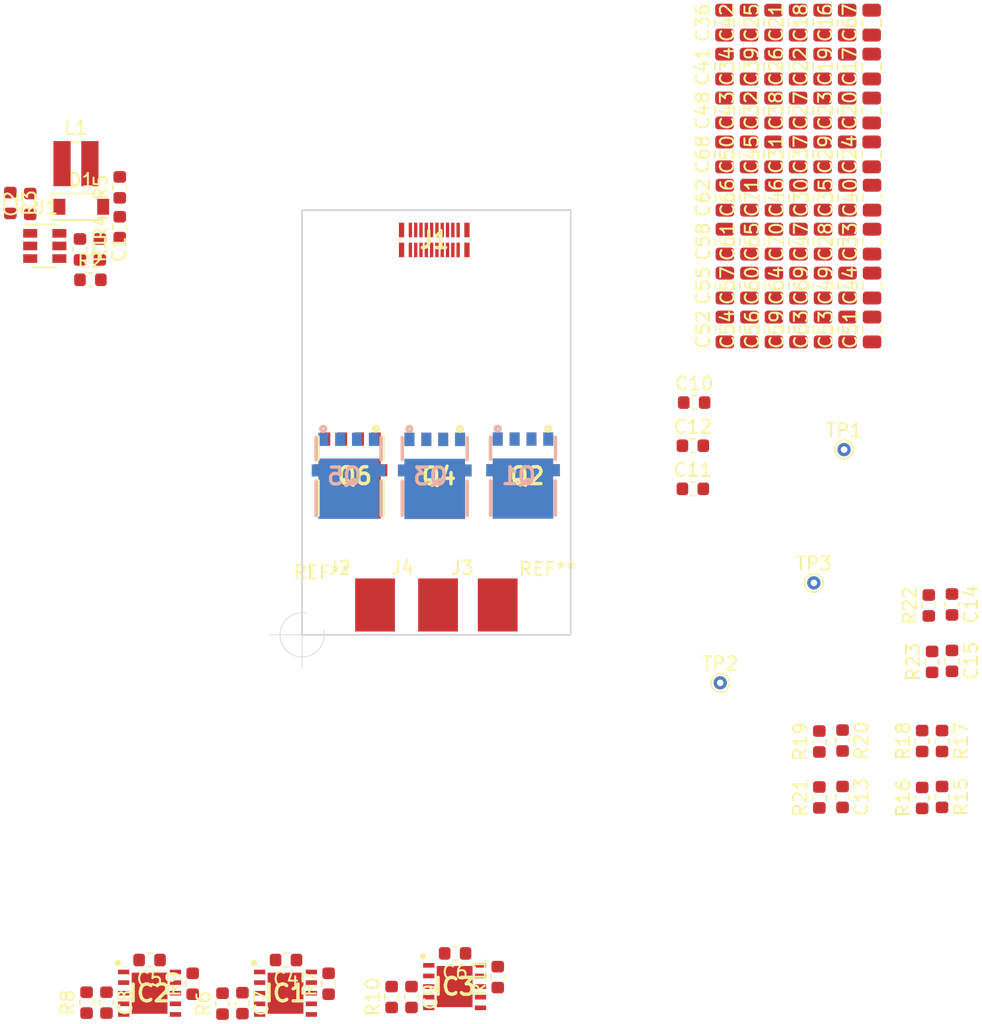
<source format=kicad_pcb>
(kicad_pcb (version 20171130) (host pcbnew "(5.1.2)-2")
  (layers (0 F.Cu signal) (31 B.Cu signal) (34 B.Paste user) (35 F.Paste user) (36 B.SilkS user) (37 F.SilkS user) (38 B.Mask user hide) (39 F.Mask user hide) (44 Edge.Cuts user))
  (net 0 "")
  (net 1 VD)
  (net 2 VSS)
  (net 3 "Net-(C2-Pad2)")
  (net 4 "Net-(C2-Pad1)")
  (net 5 +5V)
  (net 6 "Net-(C7-Pad1)")
  (net 7 SH1)
  (net 8 "Net-(C8-Pad1)")
  (net 9 SH3)
  (net 10 "Net-(C9-Pad1)")
  (net 11 SH2)
  (net 12 VAA)
  (net 13 C1)
  (net 14 C2)
  (net 15 C3)
  (net 16 "Net-(IC1-Pad10)")
  (net 17 "Net-(IC1-Pad9)")
  (net 18 /LI1)
  (net 19 /HI1)
  (net 20 "Net-(IC1-Pad4)")
  (net 21 "Net-(IC1-Pad3)")
  (net 22 "Net-(IC2-Pad3)")
  (net 23 "Net-(IC2-Pad4)")
  (net 24 /HI3)
  (net 25 /LI3)
  (net 26 "Net-(IC2-Pad9)")
  (net 27 "Net-(IC2-Pad10)")
  (net 28 "Net-(IC3-Pad3)")
  (net 29 "Net-(IC3-Pad4)")
  (net 30 /HI2)
  (net 31 /LI2)
  (net 32 "Net-(IC3-Pad9)")
  (net 33 "Net-(IC3-Pad10)")
  (net 34 SENS_1)
  (net 35 SENS_SUPPLY)
  (net 36 SENS_2)
  (net 37 SENS_3)
  (net 38 "Net-(J1-Pad17)")
  (net 39 "Net-(J1-Pad16)")
  (net 40 "Net-(J1-Pad15)")
  (net 41 "Net-(J1-Pad14)")
  (net 42 "Net-(J2-Pad1)")
  (net 43 "Net-(J3-Pad1)")
  (net 44 "Net-(J4-Pad1)")
  (net 45 "Net-(R1-Pad2)")
  (net 46 "Net-(R2-Pad1)")
  (net 47 I1)
  (net 48 I2)
  (net 49 I3)
  (module MountingHole:MountingHole_2.2mm_M2 (layer F.Cu) (at 153.5 58.25)
    (fp_text reference REF** (at 0 -3.2) (layer F.SilkS))
    (fp_text value MountingHole_2.2mm_M2)
    (pad 1 np_thru_hole circle (at 0 0) (size 2.2 2.2) (drill 2.2) (layers *.Cu *.Mask))
  )
  (module MountingHole:MountingHole_2.2mm_M2 (layer F.Cu) (at 136.5 58.5)
    (fp_text reference REF** (at 0 -3.2) (layer F.SilkS))
    (fp_text value MountingHole_2.2mm_M2)
    (pad 1 np_thru_hole circle (at 0 0) (size 2.2 2.2) (drill 2.2) (layers *.Cu *.Mask))
  )
  (module Capacitor_SMD:C_0603_1608Metric (layer F.Cu) (at 119.75 30.9625 270)
    (fp_text reference C1 (at 0 -1.43 90) (layer F.SilkS))
    (fp_text value 2u2)
    (pad 1 smd roundrect (at -0.7875 0 270) (size 0.875 0.95) (layers F.Cu F.Paste F.Mask) (net 1 VD))
    (pad 2 smd roundrect (at 0.7875 0 270) (size 0.875 0.95) (layers F.Cu F.Paste F.Mask) (net 2 VSS))
  )
  (module Capacitor_SMD:C_0603_1608Metric (layer F.Cu) (at 114.5 27.5375 90)
    (fp_text reference C2 (at 0 -1.43 90) (layer F.SilkS))
    (fp_text value 220nF)
    (pad 2 smd roundrect (at 0.7875 0 90) (size 0.875 0.95) (layers F.Cu F.Paste F.Mask) (net 3 "Net-(C2-Pad2)"))
    (pad 1 smd roundrect (at -0.7875 0 90) (size 0.875 0.95) (layers F.Cu F.Paste F.Mask) (net 4 "Net-(C2-Pad1)"))
  )
  (module Capacitor_SMD:C_0603_1608Metric (layer F.Cu) (at 133.7875 84.5 180)
    (fp_text reference C4 (at 0 -1.43) (layer F.SilkS))
    (fp_text value 2u2)
    (pad 1 smd roundrect (at -0.7875 0 180) (size 0.875 0.95) (layers F.Cu F.Paste F.Mask) (net 2 VSS))
    (pad 2 smd roundrect (at 0.7875 0 180) (size 0.875 0.95) (layers F.Cu F.Paste F.Mask) (net 5 +5V))
  )
  (module Capacitor_SMD:C_0603_1608Metric (layer F.Cu) (at 123.5 84.5 180)
    (fp_text reference C5 (at 0 -1.43) (layer F.SilkS))
    (fp_text value 2u2)
    (pad 1 smd roundrect (at -0.7875 0 180) (size 0.875 0.95) (layers F.Cu F.Paste F.Mask) (net 2 VSS))
    (pad 2 smd roundrect (at 0.7875 0 180) (size 0.875 0.95) (layers F.Cu F.Paste F.Mask) (net 5 +5V))
  )
  (module Capacitor_SMD:C_0603_1608Metric (layer F.Cu) (at 146.5375 84 180)
    (fp_text reference C6 (at 0 -1.43) (layer F.SilkS))
    (fp_text value 2u2)
    (pad 1 smd roundrect (at -0.7875 0 180) (size 0.875 0.95) (layers F.Cu F.Paste F.Mask) (net 2 VSS))
    (pad 2 smd roundrect (at 0.7875 0 180) (size 0.875 0.95) (layers F.Cu F.Paste F.Mask) (net 5 +5V))
  )
  (module Capacitor_SMD:C_0603_1608Metric (layer F.Cu) (at 130.5 87.75 270)
    (fp_text reference C7 (at 0 -1.43 90) (layer F.SilkS))
    (fp_text value 470n)
    (pad 1 smd roundrect (at -0.7875 0 270) (size 0.875 0.95) (layers F.Cu F.Paste F.Mask) (net 6 "Net-(C7-Pad1)"))
    (pad 2 smd roundrect (at 0.7875 0 270) (size 0.875 0.95) (layers F.Cu F.Paste F.Mask) (net 7 SH1))
  )
  (module Capacitor_SMD:C_0603_1608Metric (layer F.Cu) (at 120.25 87.7125 270)
    (fp_text reference C8 (at 0 -1.43 90) (layer F.SilkS))
    (fp_text value 470n)
    (pad 1 smd roundrect (at -0.7875 0 270) (size 0.875 0.95) (layers F.Cu F.Paste F.Mask) (net 8 "Net-(C8-Pad1)"))
    (pad 2 smd roundrect (at 0.7875 0 270) (size 0.875 0.95) (layers F.Cu F.Paste F.Mask) (net 9 SH3))
  )
  (module Capacitor_SMD:C_0603_1608Metric (layer F.Cu) (at 143.25 87.2875 270)
    (fp_text reference C9 (at 0 -1.43 90) (layer F.SilkS))
    (fp_text value 470n)
    (pad 1 smd roundrect (at -0.7875 0 270) (size 0.875 0.95) (layers F.Cu F.Paste F.Mask) (net 10 "Net-(C9-Pad1)"))
    (pad 2 smd roundrect (at 0.7875 0 270) (size 0.875 0.95) (layers F.Cu F.Paste F.Mask) (net 11 SH2))
  )
  (module Capacitor_SMD:C_0603_1608Metric (layer F.Cu) (at 164.5625 42.5)
    (fp_text reference C10 (at 0 -1.43) (layer F.SilkS))
    (fp_text value 2u2)
    (pad 2 smd roundrect (at 0.7875 0) (size 0.875 0.95) (layers F.Cu F.Paste F.Mask) (net 12 VAA))
    (pad 1 smd roundrect (at -0.7875 0) (size 0.875 0.95) (layers F.Cu F.Paste F.Mask) (net 2 VSS))
  )
  (module Capacitor_SMD:C_0603_1608Metric (layer F.Cu) (at 164.4625 49)
    (fp_text reference C11 (at 0 -1.43) (layer F.SilkS))
    (fp_text value 2u2)
    (pad 2 smd roundrect (at 0.7875 0) (size 0.875 0.95) (layers F.Cu F.Paste F.Mask) (net 12 VAA))
    (pad 1 smd roundrect (at -0.7875 0) (size 0.875 0.95) (layers F.Cu F.Paste F.Mask) (net 2 VSS))
  )
  (module Capacitor_SMD:C_0603_1608Metric (layer F.Cu) (at 164.4625 45.75)
    (fp_text reference C12 (at 0 -1.43) (layer F.SilkS))
    (fp_text value 2u2)
    (pad 2 smd roundrect (at 0.7875 0) (size 0.875 0.95) (layers F.Cu F.Paste F.Mask) (net 12 VAA))
    (pad 1 smd roundrect (at -0.7875 0) (size 0.875 0.95) (layers F.Cu F.Paste F.Mask) (net 2 VSS))
  )
  (module Capacitor_SMD:C_0603_1608Metric (layer F.Cu) (at 175.75 72.2125 270)
    (fp_text reference C13 (at 0 -1.43 90) (layer F.SilkS))
    (fp_text value 4n7)
    (pad 2 smd roundrect (at 0.7875 0 270) (size 0.875 0.95) (layers F.Cu F.Paste F.Mask) (net 13 C1))
    (pad 1 smd roundrect (at -0.7875 0 270) (size 0.875 0.95) (layers F.Cu F.Paste F.Mask) (net 2 VSS))
  )
  (module Capacitor_SMD:C_0603_1608Metric (layer F.Cu) (at 184 57.7125 270)
    (fp_text reference C14 (at 0 -1.43 90) (layer F.SilkS))
    (fp_text value 4n7)
    (pad 2 smd roundrect (at 0.7875 0 270) (size 0.875 0.95) (layers F.Cu F.Paste F.Mask) (net 14 C2))
    (pad 1 smd roundrect (at -0.7875 0 270) (size 0.875 0.95) (layers F.Cu F.Paste F.Mask) (net 2 VSS))
  )
  (module Capacitor_SMD:C_0603_1608Metric (layer F.Cu) (at 184 61.9625 270)
    (fp_text reference C15 (at 0 -1.43 90) (layer F.SilkS))
    (fp_text value 4n7)
    (pad 2 smd roundrect (at 0.7875 0 270) (size 0.875 0.95) (layers F.Cu F.Paste F.Mask) (net 15 C3))
    (pad 1 smd roundrect (at -0.7875 0 270) (size 0.875 0.95) (layers F.Cu F.Paste F.Mask) (net 2 VSS))
  )
  (module Capacitor_SMD:C_0805_2012Metric (layer F.Cu) (at 176.095001 13.874999 90)
    (fp_text reference C16 (at 0 -1.65 90) (layer F.SilkS))
    (fp_text value C)
    (pad 1 smd roundrect (at -0.9375 0 90) (size 0.975 1.4) (layers F.Cu F.Paste F.Mask) (net 1 VD))
    (pad 2 smd roundrect (at 0.9375 0 90) (size 0.975 1.4) (layers F.Cu F.Paste F.Mask) (net 2 VSS))
  )
  (module Capacitor_SMD:C_0805_2012Metric (layer F.Cu) (at 177.945001 17.184999 90)
    (fp_text reference C17 (at 0 -1.65 90) (layer F.SilkS))
    (fp_text value C)
    (pad 2 smd roundrect (at 0.9375 0 90) (size 0.975 1.4) (layers F.Cu F.Paste F.Mask) (net 2 VSS))
    (pad 1 smd roundrect (at -0.9375 0 90) (size 0.975 1.4) (layers F.Cu F.Paste F.Mask) (net 1 VD))
  )
  (module Capacitor_SMD:C_0805_2012Metric (layer F.Cu) (at 174.245001 13.874999 90)
    (fp_text reference C18 (at 0 -1.65 90) (layer F.SilkS))
    (fp_text value C)
    (pad 1 smd roundrect (at -0.9375 0 90) (size 0.975 1.4) (layers F.Cu F.Paste F.Mask) (net 1 VD))
    (pad 2 smd roundrect (at 0.9375 0 90) (size 0.975 1.4) (layers F.Cu F.Paste F.Mask) (net 2 VSS))
  )
  (module Capacitor_SMD:C_0805_2012Metric (layer F.Cu) (at 176.095001 17.184999 90)
    (fp_text reference C19 (at 0 -1.65 90) (layer F.SilkS))
    (fp_text value C)
    (pad 1 smd roundrect (at -0.9375 0 90) (size 0.975 1.4) (layers F.Cu F.Paste F.Mask) (net 1 VD))
    (pad 2 smd roundrect (at 0.9375 0 90) (size 0.975 1.4) (layers F.Cu F.Paste F.Mask) (net 2 VSS))
  )
  (module Capacitor_SMD:C_0805_2012Metric (layer F.Cu) (at 177.945001 20.494999 90)
    (fp_text reference C20 (at 0 -1.65 90) (layer F.SilkS))
    (fp_text value C)
    (pad 2 smd roundrect (at 0.9375 0 90) (size 0.975 1.4) (layers F.Cu F.Paste F.Mask) (net 2 VSS))
    (pad 1 smd roundrect (at -0.9375 0 90) (size 0.975 1.4) (layers F.Cu F.Paste F.Mask) (net 1 VD))
  )
  (module Capacitor_SMD:C_0805_2012Metric (layer F.Cu) (at 172.395001 13.874999 90)
    (fp_text reference C21 (at 0 -1.65 90) (layer F.SilkS))
    (fp_text value C)
    (pad 1 smd roundrect (at -0.9375 0 90) (size 0.975 1.4) (layers F.Cu F.Paste F.Mask) (net 1 VD))
    (pad 2 smd roundrect (at 0.9375 0 90) (size 0.975 1.4) (layers F.Cu F.Paste F.Mask) (net 2 VSS))
  )
  (module Capacitor_SMD:C_0805_2012Metric (layer F.Cu) (at 174.245001 17.184999 90)
    (fp_text reference C22 (at 0 -1.65 90) (layer F.SilkS))
    (fp_text value C)
    (pad 2 smd roundrect (at 0.9375 0 90) (size 0.975 1.4) (layers F.Cu F.Paste F.Mask) (net 2 VSS))
    (pad 1 smd roundrect (at -0.9375 0 90) (size 0.975 1.4) (layers F.Cu F.Paste F.Mask) (net 1 VD))
  )
  (module Capacitor_SMD:C_0805_2012Metric (layer F.Cu) (at 176.095001 20.494999 90)
    (fp_text reference C23 (at 0 -1.65 90) (layer F.SilkS))
    (fp_text value C)
    (pad 2 smd roundrect (at 0.9375 0 90) (size 0.975 1.4) (layers F.Cu F.Paste F.Mask) (net 2 VSS))
    (pad 1 smd roundrect (at -0.9375 0 90) (size 0.975 1.4) (layers F.Cu F.Paste F.Mask) (net 1 VD))
  )
  (module Capacitor_SMD:C_0805_2012Metric (layer F.Cu) (at 177.945001 23.804999 90)
    (fp_text reference C24 (at 0 -1.65 90) (layer F.SilkS))
    (fp_text value C)
    (pad 1 smd roundrect (at -0.9375 0 90) (size 0.975 1.4) (layers F.Cu F.Paste F.Mask) (net 1 VD))
    (pad 2 smd roundrect (at 0.9375 0 90) (size 0.975 1.4) (layers F.Cu F.Paste F.Mask) (net 2 VSS))
  )
  (module Capacitor_SMD:C_0805_2012Metric (layer F.Cu) (at 170.545001 13.874999 90)
    (fp_text reference C25 (at 0 -1.65 90) (layer F.SilkS))
    (fp_text value C)
    (pad 2 smd roundrect (at 0.9375 0 90) (size 0.975 1.4) (layers F.Cu F.Paste F.Mask) (net 2 VSS))
    (pad 1 smd roundrect (at -0.9375 0 90) (size 0.975 1.4) (layers F.Cu F.Paste F.Mask) (net 1 VD))
  )
  (module Capacitor_SMD:C_0805_2012Metric (layer F.Cu) (at 172.395001 17.184999 90)
    (fp_text reference C26 (at 0 -1.65 90) (layer F.SilkS))
    (fp_text value C)
    (pad 1 smd roundrect (at -0.9375 0 90) (size 0.975 1.4) (layers F.Cu F.Paste F.Mask) (net 1 VD))
    (pad 2 smd roundrect (at 0.9375 0 90) (size 0.975 1.4) (layers F.Cu F.Paste F.Mask) (net 2 VSS))
  )
  (module Capacitor_SMD:C_0805_2012Metric (layer F.Cu) (at 174.245001 20.494999 90)
    (fp_text reference C27 (at 0 -1.65 90) (layer F.SilkS))
    (fp_text value C)
    (pad 2 smd roundrect (at 0.9375 0 90) (size 0.975 1.4) (layers F.Cu F.Paste F.Mask) (net 2 VSS))
    (pad 1 smd roundrect (at -0.9375 0 90) (size 0.975 1.4) (layers F.Cu F.Paste F.Mask) (net 1 VD))
  )
  (module Capacitor_SMD:C_0805_2012Metric (layer F.Cu) (at 176.125001 30.374999 90)
    (fp_text reference C28 (at 0 -1.65 90) (layer F.SilkS))
    (fp_text value C)
    (pad 1 smd roundrect (at -0.9375 0 90) (size 0.975 1.4) (layers F.Cu F.Paste F.Mask) (net 1 VD))
    (pad 2 smd roundrect (at 0.9375 0 90) (size 0.975 1.4) (layers F.Cu F.Paste F.Mask) (net 2 VSS))
  )
  (module Capacitor_SMD:C_0805_2012Metric (layer F.Cu) (at 176.095001 23.804999 90)
    (fp_text reference C29 (at 0 -1.65 90) (layer F.SilkS))
    (fp_text value C)
    (pad 2 smd roundrect (at 0.9375 0 90) (size 0.975 1.4) (layers F.Cu F.Paste F.Mask) (net 2 VSS))
    (pad 1 smd roundrect (at -0.9375 0 90) (size 0.975 1.4) (layers F.Cu F.Paste F.Mask) (net 1 VD))
  )
  (module Capacitor_SMD:C_0805_2012Metric (layer F.Cu) (at 174.275001 27.064999 90)
    (fp_text reference C30 (at 0 -1.65 90) (layer F.SilkS))
    (fp_text value C)
    (pad 2 smd roundrect (at 0.9375 0 90) (size 0.975 1.4) (layers F.Cu F.Paste F.Mask) (net 2 VSS))
    (pad 1 smd roundrect (at -0.9375 0 90) (size 0.975 1.4) (layers F.Cu F.Paste F.Mask) (net 1 VD))
  )
  (module Capacitor_SMD:C_0805_2012Metric (layer F.Cu) (at 172.395001 23.804999 90)
    (fp_text reference C31 (at 0 -1.65 90) (layer F.SilkS))
    (fp_text value C)
    (pad 2 smd roundrect (at 0.9375 0 90) (size 0.975 1.4) (layers F.Cu F.Paste F.Mask) (net 2 VSS))
    (pad 1 smd roundrect (at -0.9375 0 90) (size 0.975 1.4) (layers F.Cu F.Paste F.Mask) (net 1 VD))
  )
  (module Capacitor_SMD:C_0805_2012Metric (layer F.Cu) (at 170.545001 20.494999 90)
    (fp_text reference C32 (at 0 -1.65 90) (layer F.SilkS))
    (fp_text value C)
    (pad 1 smd roundrect (at -0.9375 0 90) (size 0.975 1.4) (layers F.Cu F.Paste F.Mask) (net 1 VD))
    (pad 2 smd roundrect (at 0.9375 0 90) (size 0.975 1.4) (layers F.Cu F.Paste F.Mask) (net 2 VSS))
  )
  (module Capacitor_SMD:C_0805_2012Metric (layer F.Cu) (at 177.975001 30.374999 90)
    (fp_text reference C33 (at 0 -1.65 90) (layer F.SilkS))
    (fp_text value C)
    (pad 2 smd roundrect (at 0.9375 0 90) (size 0.975 1.4) (layers F.Cu F.Paste F.Mask) (net 2 VSS))
    (pad 1 smd roundrect (at -0.9375 0 90) (size 0.975 1.4) (layers F.Cu F.Paste F.Mask) (net 1 VD))
  )
  (module Capacitor_SMD:C_0805_2012Metric (layer F.Cu) (at 168.695001 17.184999 90)
    (fp_text reference C34 (at 0 -1.65 90) (layer F.SilkS))
    (fp_text value C)
    (pad 1 smd roundrect (at -0.9375 0 90) (size 0.975 1.4) (layers F.Cu F.Paste F.Mask) (net 1 VD))
    (pad 2 smd roundrect (at 0.9375 0 90) (size 0.975 1.4) (layers F.Cu F.Paste F.Mask) (net 2 VSS))
  )
  (module Capacitor_SMD:C_0805_2012Metric (layer F.Cu) (at 176.125001 27.064999 90)
    (fp_text reference C35 (at 0 -1.65 90) (layer F.SilkS))
    (fp_text value C)
    (pad 1 smd roundrect (at -0.9375 0 90) (size 0.975 1.4) (layers F.Cu F.Paste F.Mask) (net 1 VD))
    (pad 2 smd roundrect (at 0.9375 0 90) (size 0.975 1.4) (layers F.Cu F.Paste F.Mask) (net 2 VSS))
  )
  (module Capacitor_SMD:C_0805_2012Metric (layer F.Cu) (at 166.845001 13.874999 90)
    (fp_text reference C36 (at 0 -1.65 90) (layer F.SilkS))
    (fp_text value C)
    (pad 2 smd roundrect (at 0.9375 0 90) (size 0.975 1.4) (layers F.Cu F.Paste F.Mask) (net 2 VSS))
    (pad 1 smd roundrect (at -0.9375 0 90) (size 0.975 1.4) (layers F.Cu F.Paste F.Mask) (net 1 VD))
  )
  (module Capacitor_SMD:C_0805_2012Metric (layer F.Cu) (at 174.245001 23.804999 90)
    (fp_text reference C37 (at 0 -1.65 90) (layer F.SilkS))
    (fp_text value C)
    (pad 1 smd roundrect (at -0.9375 0 90) (size 0.975 1.4) (layers F.Cu F.Paste F.Mask) (net 1 VD))
    (pad 2 smd roundrect (at 0.9375 0 90) (size 0.975 1.4) (layers F.Cu F.Paste F.Mask) (net 2 VSS))
  )
  (module Capacitor_SMD:C_0805_2012Metric (layer F.Cu) (at 172.395001 20.494999 90)
    (fp_text reference C38 (at 0 -1.65 90) (layer F.SilkS))
    (fp_text value C)
    (pad 2 smd roundrect (at 0.9375 0 90) (size 0.975 1.4) (layers F.Cu F.Paste F.Mask) (net 2 VSS))
    (pad 1 smd roundrect (at -0.9375 0 90) (size 0.975 1.4) (layers F.Cu F.Paste F.Mask) (net 1 VD))
  )
  (module Capacitor_SMD:C_0805_2012Metric (layer F.Cu) (at 170.545001 17.184999 90)
    (fp_text reference C39 (at 0 -1.65 90) (layer F.SilkS))
    (fp_text value C)
    (pad 1 smd roundrect (at -0.9375 0 90) (size 0.975 1.4) (layers F.Cu F.Paste F.Mask) (net 1 VD))
    (pad 2 smd roundrect (at 0.9375 0 90) (size 0.975 1.4) (layers F.Cu F.Paste F.Mask) (net 2 VSS))
  )
  (module Capacitor_SMD:C_0805_2012Metric (layer F.Cu) (at 177.975001 27.064999 90)
    (fp_text reference C40 (at 0 -1.65 90) (layer F.SilkS))
    (fp_text value C)
    (pad 2 smd roundrect (at 0.9375 0 90) (size 0.975 1.4) (layers F.Cu F.Paste F.Mask) (net 2 VSS))
    (pad 1 smd roundrect (at -0.9375 0 90) (size 0.975 1.4) (layers F.Cu F.Paste F.Mask) (net 1 VD))
  )
  (module Capacitor_SMD:C_0805_2012Metric (layer F.Cu) (at 166.845001 17.184999 90)
    (fp_text reference C41 (at 0 -1.65 90) (layer F.SilkS))
    (fp_text value C)
    (pad 1 smd roundrect (at -0.9375 0 90) (size 0.975 1.4) (layers F.Cu F.Paste F.Mask) (net 1 VD))
    (pad 2 smd roundrect (at 0.9375 0 90) (size 0.975 1.4) (layers F.Cu F.Paste F.Mask) (net 2 VSS))
  )
  (module Capacitor_SMD:C_0805_2012Metric (layer F.Cu) (at 168.695001 13.874999 90)
    (fp_text reference C42 (at 0 -1.65 90) (layer F.SilkS))
    (fp_text value C)
    (pad 1 smd roundrect (at -0.9375 0 90) (size 0.975 1.4) (layers F.Cu F.Paste F.Mask) (net 1 VD))
    (pad 2 smd roundrect (at 0.9375 0 90) (size 0.975 1.4) (layers F.Cu F.Paste F.Mask) (net 2 VSS))
  )
  (module Capacitor_SMD:C_0805_2012Metric (layer F.Cu) (at 168.695001 20.494999 90)
    (fp_text reference C43 (at 0 -1.65 90) (layer F.SilkS))
    (fp_text value C)
    (pad 2 smd roundrect (at 0.9375 0 90) (size 0.975 1.4) (layers F.Cu F.Paste F.Mask) (net 2 VSS))
    (pad 1 smd roundrect (at -0.9375 0 90) (size 0.975 1.4) (layers F.Cu F.Paste F.Mask) (net 1 VD))
  )
  (module Capacitor_SMD:C_0805_2012Metric (layer F.Cu) (at 177.975001 33.684999 90)
    (fp_text reference C44 (at 0 -1.65 90) (layer F.SilkS))
    (fp_text value C)
    (pad 1 smd roundrect (at -0.9375 0 90) (size 0.975 1.4) (layers F.Cu F.Paste F.Mask) (net 1 VD))
    (pad 2 smd roundrect (at 0.9375 0 90) (size 0.975 1.4) (layers F.Cu F.Paste F.Mask) (net 2 VSS))
  )
  (module Capacitor_SMD:C_0805_2012Metric (layer F.Cu) (at 170.545001 23.804999 90)
    (fp_text reference C45 (at 0 -1.65 90) (layer F.SilkS))
    (fp_text value C)
    (pad 2 smd roundrect (at 0.9375 0 90) (size 0.975 1.4) (layers F.Cu F.Paste F.Mask) (net 2 VSS))
    (pad 1 smd roundrect (at -0.9375 0 90) (size 0.975 1.4) (layers F.Cu F.Paste F.Mask) (net 1 VD))
  )
  (module Capacitor_SMD:C_0805_2012Metric (layer F.Cu) (at 172.425001 27.064999 90)
    (fp_text reference C46 (at 0 -1.65 90) (layer F.SilkS))
    (fp_text value C)
    (pad 1 smd roundrect (at -0.9375 0 90) (size 0.975 1.4) (layers F.Cu F.Paste F.Mask) (net 1 VD))
    (pad 2 smd roundrect (at 0.9375 0 90) (size 0.975 1.4) (layers F.Cu F.Paste F.Mask) (net 2 VSS))
  )
  (module Capacitor_SMD:C_0805_2012Metric (layer F.Cu) (at 174.275001 30.374999 90)
    (fp_text reference C47 (at 0 -1.65 90) (layer F.SilkS))
    (fp_text value C)
    (pad 1 smd roundrect (at -0.9375 0 90) (size 0.975 1.4) (layers F.Cu F.Paste F.Mask) (net 1 VD))
    (pad 2 smd roundrect (at 0.9375 0 90) (size 0.975 1.4) (layers F.Cu F.Paste F.Mask) (net 2 VSS))
  )
  (module Capacitor_SMD:C_0805_2012Metric (layer F.Cu) (at 166.845001 20.494999 90)
    (fp_text reference C48 (at 0 -1.65 90) (layer F.SilkS))
    (fp_text value C)
    (pad 2 smd roundrect (at 0.9375 0 90) (size 0.975 1.4) (layers F.Cu F.Paste F.Mask) (net 2 VSS))
    (pad 1 smd roundrect (at -0.9375 0 90) (size 0.975 1.4) (layers F.Cu F.Paste F.Mask) (net 1 VD))
  )
  (module Capacitor_SMD:C_0805_2012Metric (layer F.Cu) (at 176.125001 33.684999 90)
    (fp_text reference C49 (at 0 -1.65 90) (layer F.SilkS))
    (fp_text value C)
    (pad 2 smd roundrect (at 0.9375 0 90) (size 0.975 1.4) (layers F.Cu F.Paste F.Mask) (net 2 VSS))
    (pad 1 smd roundrect (at -0.9375 0 90) (size 0.975 1.4) (layers F.Cu F.Paste F.Mask) (net 1 VD))
  )
  (module Capacitor_SMD:C_0805_2012Metric (layer F.Cu) (at 168.695001 23.804999 90)
    (fp_text reference C50 (at 0 -1.65 90) (layer F.SilkS))
    (fp_text value C)
    (pad 2 smd roundrect (at 0.9375 0 90) (size 0.975 1.4) (layers F.Cu F.Paste F.Mask) (net 2 VSS))
    (pad 1 smd roundrect (at -0.9375 0 90) (size 0.975 1.4) (layers F.Cu F.Paste F.Mask) (net 1 VD))
  )
  (module Capacitor_SMD:C_0805_2012Metric (layer F.Cu) (at 177.975001 36.994999 90)
    (fp_text reference C51 (at 0 -1.65 90) (layer F.SilkS))
    (fp_text value C)
    (pad 1 smd roundrect (at -0.9375 0 90) (size 0.975 1.4) (layers F.Cu F.Paste F.Mask) (net 1 VD))
    (pad 2 smd roundrect (at 0.9375 0 90) (size 0.975 1.4) (layers F.Cu F.Paste F.Mask) (net 2 VSS))
  )
  (module Capacitor_SMD:C_0805_2012Metric (layer F.Cu) (at 166.875001 36.994999 90)
    (fp_text reference C52 (at 0 -1.65 90) (layer F.SilkS))
    (fp_text value C)
    (pad 1 smd roundrect (at -0.9375 0 90) (size 0.975 1.4) (layers F.Cu F.Paste F.Mask) (net 1 VD))
    (pad 2 smd roundrect (at 0.9375 0 90) (size 0.975 1.4) (layers F.Cu F.Paste F.Mask) (net 2 VSS))
  )
  (module Capacitor_SMD:C_0805_2012Metric (layer F.Cu) (at 176.125001 36.994999 90)
    (fp_text reference C53 (at 0 -1.65 90) (layer F.SilkS))
    (fp_text value C)
    (pad 2 smd roundrect (at 0.9375 0 90) (size 0.975 1.4) (layers F.Cu F.Paste F.Mask) (net 2 VSS))
    (pad 1 smd roundrect (at -0.9375 0 90) (size 0.975 1.4) (layers F.Cu F.Paste F.Mask) (net 1 VD))
  )
  (module Capacitor_SMD:C_0805_2012Metric (layer F.Cu) (at 168.725001 36.994999 90)
    (fp_text reference C54 (at 0 -1.65 90) (layer F.SilkS))
    (fp_text value C)
    (pad 2 smd roundrect (at 0.9375 0 90) (size 0.975 1.4) (layers F.Cu F.Paste F.Mask) (net 2 VSS))
    (pad 1 smd roundrect (at -0.9375 0 90) (size 0.975 1.4) (layers F.Cu F.Paste F.Mask) (net 1 VD))
  )
  (module Capacitor_SMD:C_0805_2012Metric (layer F.Cu) (at 166.875001 33.684999 90)
    (fp_text reference C55 (at 0 -1.65 90) (layer F.SilkS))
    (fp_text value C)
    (pad 1 smd roundrect (at -0.9375 0 90) (size 0.975 1.4) (layers F.Cu F.Paste F.Mask) (net 1 VD))
    (pad 2 smd roundrect (at 0.9375 0 90) (size 0.975 1.4) (layers F.Cu F.Paste F.Mask) (net 2 VSS))
  )
  (module Capacitor_SMD:C_0805_2012Metric (layer F.Cu) (at 170.575001 36.994999 90)
    (fp_text reference C56 (at 0 -1.65 90) (layer F.SilkS))
    (fp_text value C)
    (pad 2 smd roundrect (at 0.9375 0 90) (size 0.975 1.4) (layers F.Cu F.Paste F.Mask) (net 2 VSS))
    (pad 1 smd roundrect (at -0.9375 0 90) (size 0.975 1.4) (layers F.Cu F.Paste F.Mask) (net 1 VD))
  )
  (module Capacitor_SMD:C_0805_2012Metric (layer F.Cu) (at 168.725001 33.684999 90)
    (fp_text reference C57 (at 0 -1.65 90) (layer F.SilkS))
    (fp_text value C)
    (pad 1 smd roundrect (at -0.9375 0 90) (size 0.975 1.4) (layers F.Cu F.Paste F.Mask) (net 1 VD))
    (pad 2 smd roundrect (at 0.9375 0 90) (size 0.975 1.4) (layers F.Cu F.Paste F.Mask) (net 2 VSS))
  )
  (module Capacitor_SMD:C_0805_2012Metric (layer F.Cu) (at 166.875001 30.374999 90)
    (fp_text reference C58 (at 0 -1.65 90) (layer F.SilkS))
    (fp_text value C)
    (pad 2 smd roundrect (at 0.9375 0 90) (size 0.975 1.4) (layers F.Cu F.Paste F.Mask) (net 2 VSS))
    (pad 1 smd roundrect (at -0.9375 0 90) (size 0.975 1.4) (layers F.Cu F.Paste F.Mask) (net 1 VD))
  )
  (module Capacitor_SMD:C_0805_2012Metric (layer F.Cu) (at 172.425001 36.994999 90)
    (fp_text reference C59 (at 0 -1.65 90) (layer F.SilkS))
    (fp_text value C)
    (pad 1 smd roundrect (at -0.9375 0 90) (size 0.975 1.4) (layers F.Cu F.Paste F.Mask) (net 1 VD))
    (pad 2 smd roundrect (at 0.9375 0 90) (size 0.975 1.4) (layers F.Cu F.Paste F.Mask) (net 2 VSS))
  )
  (module Capacitor_SMD:C_0805_2012Metric (layer F.Cu) (at 170.575001 33.684999 90)
    (fp_text reference C60 (at 0 -1.65 90) (layer F.SilkS))
    (fp_text value C)
    (pad 1 smd roundrect (at -0.9375 0 90) (size 0.975 1.4) (layers F.Cu F.Paste F.Mask) (net 1 VD))
    (pad 2 smd roundrect (at 0.9375 0 90) (size 0.975 1.4) (layers F.Cu F.Paste F.Mask) (net 2 VSS))
  )
  (module Capacitor_SMD:C_0805_2012Metric (layer F.Cu) (at 168.725001 30.374999 90)
    (fp_text reference C61 (at 0 -1.65 90) (layer F.SilkS))
    (fp_text value C)
    (pad 2 smd roundrect (at 0.9375 0 90) (size 0.975 1.4) (layers F.Cu F.Paste F.Mask) (net 2 VSS))
    (pad 1 smd roundrect (at -0.9375 0 90) (size 0.975 1.4) (layers F.Cu F.Paste F.Mask) (net 1 VD))
  )
  (module Capacitor_SMD:C_0805_2012Metric (layer F.Cu) (at 166.875001 27.064999 90)
    (fp_text reference C62 (at 0 -1.65 90) (layer F.SilkS))
    (fp_text value C)
    (pad 1 smd roundrect (at -0.9375 0 90) (size 0.975 1.4) (layers F.Cu F.Paste F.Mask) (net 1 VD))
    (pad 2 smd roundrect (at 0.9375 0 90) (size 0.975 1.4) (layers F.Cu F.Paste F.Mask) (net 2 VSS))
  )
  (module Capacitor_SMD:C_0805_2012Metric (layer F.Cu) (at 174.275001 36.994999 90)
    (fp_text reference C63 (at 0 -1.65 90) (layer F.SilkS))
    (fp_text value C)
    (pad 2 smd roundrect (at 0.9375 0 90) (size 0.975 1.4) (layers F.Cu F.Paste F.Mask) (net 2 VSS))
    (pad 1 smd roundrect (at -0.9375 0 90) (size 0.975 1.4) (layers F.Cu F.Paste F.Mask) (net 1 VD))
  )
  (module Capacitor_SMD:C_0805_2012Metric (layer F.Cu) (at 172.425001 33.684999 90)
    (fp_text reference C64 (at 0 -1.65 90) (layer F.SilkS))
    (fp_text value C)
    (pad 2 smd roundrect (at 0.9375 0 90) (size 0.975 1.4) (layers F.Cu F.Paste F.Mask) (net 2 VSS))
    (pad 1 smd roundrect (at -0.9375 0 90) (size 0.975 1.4) (layers F.Cu F.Paste F.Mask) (net 1 VD))
  )
  (module Capacitor_SMD:C_0805_2012Metric (layer F.Cu) (at 170.575001 30.374999 90)
    (fp_text reference C65 (at 0 -1.65 90) (layer F.SilkS))
    (fp_text value C)
    (pad 2 smd roundrect (at 0.9375 0 90) (size 0.975 1.4) (layers F.Cu F.Paste F.Mask) (net 2 VSS))
    (pad 1 smd roundrect (at -0.9375 0 90) (size 0.975 1.4) (layers F.Cu F.Paste F.Mask) (net 1 VD))
  )
  (module Capacitor_SMD:C_0805_2012Metric (layer F.Cu) (at 168.725001 27.064999 90)
    (fp_text reference C66 (at 0 -1.65 90) (layer F.SilkS))
    (fp_text value C)
    (pad 2 smd roundrect (at 0.9375 0 90) (size 0.975 1.4) (layers F.Cu F.Paste F.Mask) (net 2 VSS))
    (pad 1 smd roundrect (at -0.9375 0 90) (size 0.975 1.4) (layers F.Cu F.Paste F.Mask) (net 1 VD))
  )
  (module Capacitor_SMD:C_0805_2012Metric (layer F.Cu) (at 177.945001 13.874999 90)
    (fp_text reference C67 (at 0 -1.65 90) (layer F.SilkS))
    (fp_text value C)
    (pad 2 smd roundrect (at 0.9375 0 90) (size 0.975 1.4) (layers F.Cu F.Paste F.Mask) (net 2 VSS))
    (pad 1 smd roundrect (at -0.9375 0 90) (size 0.975 1.4) (layers F.Cu F.Paste F.Mask) (net 1 VD))
  )
  (module Capacitor_SMD:C_0805_2012Metric (layer F.Cu) (at 166.845001 23.804999 90)
    (fp_text reference C68 (at 0 -1.65 90) (layer F.SilkS))
    (fp_text value C)
    (pad 1 smd roundrect (at -0.9375 0 90) (size 0.975 1.4) (layers F.Cu F.Paste F.Mask) (net 1 VD))
    (pad 2 smd roundrect (at 0.9375 0 90) (size 0.975 1.4) (layers F.Cu F.Paste F.Mask) (net 2 VSS))
  )
  (module Capacitor_SMD:C_0805_2012Metric (layer F.Cu) (at 174.275001 33.684999 90)
    (fp_text reference C69 (at 0 -1.65 90) (layer F.SilkS))
    (fp_text value C)
    (pad 2 smd roundrect (at 0.9375 0 90) (size 0.975 1.4) (layers F.Cu F.Paste F.Mask) (net 2 VSS))
    (pad 1 smd roundrect (at -0.9375 0 90) (size 0.975 1.4) (layers F.Cu F.Paste F.Mask) (net 1 VD))
  )
  (module Capacitor_SMD:C_0805_2012Metric (layer F.Cu) (at 172.425001 30.374999 90)
    (fp_text reference C70 (at 0 -1.65 90) (layer F.SilkS))
    (fp_text value C)
    (pad 1 smd roundrect (at -0.9375 0 90) (size 0.975 1.4) (layers F.Cu F.Paste F.Mask) (net 1 VD))
    (pad 2 smd roundrect (at 0.9375 0 90) (size 0.975 1.4) (layers F.Cu F.Paste F.Mask) (net 2 VSS))
  )
  (module Capacitor_SMD:C_0805_2012Metric (layer F.Cu) (at 170.575001 27.064999 90)
    (fp_text reference C71 (at 0 -1.65 90) (layer F.SilkS))
    (fp_text value C)
    (pad 2 smd roundrect (at 0.9375 0 90) (size 0.975 1.4) (layers F.Cu F.Paste F.Mask) (net 2 VSS))
    (pad 1 smd roundrect (at -0.9375 0 90) (size 0.975 1.4) (layers F.Cu F.Paste F.Mask) (net 1 VD))
  )
  (module Diode_SMD:D_SOD-123 (layer F.Cu) (at 118.35 27.75)
    (fp_text reference D1 (at 0 -2) (layer F.SilkS))
    (fp_text value PMEG6020AELR)
    (pad 1 smd rect (at -1.65 0) (size 0.9 1.2) (layers F.Cu F.Paste F.Mask) (net 3 "Net-(C2-Pad2)"))
    (pad 2 smd rect (at 1.65 0) (size 0.9 1.2) (layers F.Cu F.Paste F.Mask) (net 2 VSS))
  )
  (module "Import Mouser:SON80P400X400X80-11N" (layer F.Cu) (at 133.75 87)
    (fp_text reference IC1 (at 0 0) (layer F.SilkS) (effects (font (size 1.27 1.27) (thickness 0.254))))
    (fp_text value LM5113SDE_NOPB hide)
    (pad 11 smd rect (at 0 0) (size 2.7 3.1) (layers F.Cu F.Paste F.Mask))
    (pad 10 smd rect (at 1.95 -1.6 90) (size 0.35 0.85) (layers F.Cu F.Paste F.Mask) (net 16 "Net-(IC1-Pad10)"))
    (pad 9 smd rect (at 1.95 -0.8 90) (size 0.35 0.85) (layers F.Cu F.Paste F.Mask) (net 17 "Net-(IC1-Pad9)"))
    (pad 8 smd rect (at 1.95 0 90) (size 0.35 0.85) (layers F.Cu F.Paste F.Mask) (net 2 VSS))
    (pad 7 smd rect (at 1.95 0.8 90) (size 0.35 0.85) (layers F.Cu F.Paste F.Mask) (net 18 /LI1))
    (pad 6 smd rect (at 1.95 1.6 90) (size 0.35 0.85) (layers F.Cu F.Paste F.Mask) (net 19 /HI1))
    (pad 5 smd rect (at -1.95 1.6 90) (size 0.35 0.85) (layers F.Cu F.Paste F.Mask) (net 7 SH1))
    (pad 4 smd rect (at -1.95 0.8 90) (size 0.35 0.85) (layers F.Cu F.Paste F.Mask) (net 20 "Net-(IC1-Pad4)"))
    (pad 3 smd rect (at -1.95 0 90) (size 0.35 0.85) (layers F.Cu F.Paste F.Mask) (net 21 "Net-(IC1-Pad3)"))
    (pad 2 smd rect (at -1.95 -0.8 90) (size 0.35 0.85) (layers F.Cu F.Paste F.Mask) (net 6 "Net-(C7-Pad1)"))
    (pad 1 smd rect (at -1.95 -1.6 90) (size 0.35 0.85) (layers F.Cu F.Paste F.Mask) (net 5 +5V))
  )
  (module "Import Mouser:SON80P400X400X80-11N" (layer F.Cu) (at 123.5 87)
    (fp_text reference IC2 (at 0 0) (layer F.SilkS) (effects (font (size 1.27 1.27) (thickness 0.254))))
    (fp_text value LM5113SDE_NOPB hide)
    (pad 1 smd rect (at -1.95 -1.6 90) (size 0.35 0.85) (layers F.Cu F.Paste F.Mask) (net 5 +5V))
    (pad 2 smd rect (at -1.95 -0.8 90) (size 0.35 0.85) (layers F.Cu F.Paste F.Mask) (net 8 "Net-(C8-Pad1)"))
    (pad 3 smd rect (at -1.95 0 90) (size 0.35 0.85) (layers F.Cu F.Paste F.Mask) (net 22 "Net-(IC2-Pad3)"))
    (pad 4 smd rect (at -1.95 0.8 90) (size 0.35 0.85) (layers F.Cu F.Paste F.Mask) (net 23 "Net-(IC2-Pad4)"))
    (pad 5 smd rect (at -1.95 1.6 90) (size 0.35 0.85) (layers F.Cu F.Paste F.Mask) (net 9 SH3))
    (pad 6 smd rect (at 1.95 1.6 90) (size 0.35 0.85) (layers F.Cu F.Paste F.Mask) (net 24 /HI3))
    (pad 7 smd rect (at 1.95 0.8 90) (size 0.35 0.85) (layers F.Cu F.Paste F.Mask) (net 25 /LI3))
    (pad 8 smd rect (at 1.95 0 90) (size 0.35 0.85) (layers F.Cu F.Paste F.Mask) (net 2 VSS))
    (pad 9 smd rect (at 1.95 -0.8 90) (size 0.35 0.85) (layers F.Cu F.Paste F.Mask) (net 26 "Net-(IC2-Pad9)"))
    (pad 10 smd rect (at 1.95 -1.6 90) (size 0.35 0.85) (layers F.Cu F.Paste F.Mask) (net 27 "Net-(IC2-Pad10)"))
    (pad 11 smd rect (at 0 0) (size 2.7 3.1) (layers F.Cu F.Paste F.Mask))
  )
  (module "Import Mouser:SON80P400X400X80-11N" (layer F.Cu) (at 146.5 86.5)
    (fp_text reference IC3 (at 0 0) (layer F.SilkS) (effects (font (size 1.27 1.27) (thickness 0.254))))
    (fp_text value LM5113SDE_NOPB hide)
    (pad 1 smd rect (at -1.95 -1.6 90) (size 0.35 0.85) (layers F.Cu F.Paste F.Mask) (net 5 +5V))
    (pad 2 smd rect (at -1.95 -0.8 90) (size 0.35 0.85) (layers F.Cu F.Paste F.Mask) (net 10 "Net-(C9-Pad1)"))
    (pad 3 smd rect (at -1.95 0 90) (size 0.35 0.85) (layers F.Cu F.Paste F.Mask) (net 28 "Net-(IC3-Pad3)"))
    (pad 4 smd rect (at -1.95 0.8 90) (size 0.35 0.85) (layers F.Cu F.Paste F.Mask) (net 29 "Net-(IC3-Pad4)"))
    (pad 5 smd rect (at -1.95 1.6 90) (size 0.35 0.85) (layers F.Cu F.Paste F.Mask) (net 11 SH2))
    (pad 6 smd rect (at 1.95 1.6 90) (size 0.35 0.85) (layers F.Cu F.Paste F.Mask) (net 30 /HI2))
    (pad 7 smd rect (at 1.95 0.8 90) (size 0.35 0.85) (layers F.Cu F.Paste F.Mask) (net 31 /LI2))
    (pad 8 smd rect (at 1.95 0 90) (size 0.35 0.85) (layers F.Cu F.Paste F.Mask) (net 2 VSS))
    (pad 9 smd rect (at 1.95 -0.8 90) (size 0.35 0.85) (layers F.Cu F.Paste F.Mask) (net 32 "Net-(IC3-Pad9)"))
    (pad 10 smd rect (at 1.95 -1.6 90) (size 0.35 0.85) (layers F.Cu F.Paste F.Mask) (net 33 "Net-(IC3-Pad10)"))
    (pad 11 smd rect (at 0 0) (size 2.7 3.1) (layers F.Cu F.Paste F.Mask))
  )
  (module "Import Mouser:2039550201" (layer F.Cu) (at 144.965 30.25)
    (fp_text reference J1 (at 0.01 0) (layer F.SilkS) (effects (font (size 1.27 1.27) (thickness 0.254))))
    (fp_text value SlimstackStecker hide)
    (pad 1 smd rect (at -1.8 0.75) (size 0.25 1.1) (layers F.Cu F.Paste F.Mask) (net 5 +5V))
    (pad 20 smd rect (at -1.8 -0.75) (size 0.25 1.1) (layers F.Cu F.Paste F.Mask) (net 2 VSS))
    (pad 2 smd rect (at -1.4 0.75) (size 0.25 1.1) (layers F.Cu F.Paste F.Mask) (net 34 SENS_1))
    (pad 19 smd rect (at -1.4 -0.75) (size 0.25 1.1) (layers F.Cu F.Paste F.Mask) (net 35 SENS_SUPPLY))
    (pad 3 smd rect (at -1 0.75) (size 0.25 1.1) (layers F.Cu F.Paste F.Mask) (net 36 SENS_2))
    (pad 18 smd rect (at -1 -0.75) (size 0.25 1.1) (layers F.Cu F.Paste F.Mask) (net 12 VAA))
    (pad 4 smd rect (at -0.6 0.75) (size 0.25 1.1) (layers F.Cu F.Paste F.Mask) (net 37 SENS_3))
    (pad 17 smd rect (at -0.6 -0.75) (size 0.25 1.1) (layers F.Cu F.Paste F.Mask) (net 38 "Net-(J1-Pad17)"))
    (pad 5 smd rect (at -0.2 0.75) (size 0.25 1.1) (layers F.Cu F.Paste F.Mask) (net 19 /HI1))
    (pad 16 smd rect (at -0.2 -0.75) (size 0.25 1.1) (layers F.Cu F.Paste F.Mask) (net 39 "Net-(J1-Pad16)"))
    (pad 6 smd rect (at 0.2 0.75) (size 0.25 1.1) (layers F.Cu F.Paste F.Mask) (net 30 /HI2))
    (pad 15 smd rect (at 0.2 -0.75) (size 0.25 1.1) (layers F.Cu F.Paste F.Mask) (net 40 "Net-(J1-Pad15)"))
    (pad 7 smd rect (at 0.6 0.75) (size 0.25 1.1) (layers F.Cu F.Paste F.Mask) (net 24 /HI3))
    (pad 14 smd rect (at 0.6 -0.75) (size 0.25 1.1) (layers F.Cu F.Paste F.Mask) (net 41 "Net-(J1-Pad14)"))
    (pad 8 smd rect (at 1 0.75) (size 0.25 1.1) (layers F.Cu F.Paste F.Mask) (net 18 /LI1))
    (pad 13 smd rect (at 1 -0.75) (size 0.25 1.1) (layers F.Cu F.Paste F.Mask) (net 15 C3))
    (pad 9 smd rect (at 1.4 0.75) (size 0.25 1.1) (layers F.Cu F.Paste F.Mask) (net 31 /LI2))
    (pad 12 smd rect (at 1.4 -0.75) (size 0.25 1.1) (layers F.Cu F.Paste F.Mask) (net 14 C2))
    (pad 10 smd rect (at 1.8 0.75) (size 0.25 1.1) (layers F.Cu F.Paste F.Mask) (net 25 /LI3))
    (pad 11 smd rect (at 1.8 -0.75) (size 0.25 1.1) (layers F.Cu F.Paste F.Mask) (net 13 C1))
    (pad 20 smd rect (at -2.465 0.75) (size 0.4 1.1) (layers F.Cu F.Paste F.Mask) (net 2 VSS))
    (pad 20 smd rect (at -2.465 -0.75) (size 0.4 1.1) (layers F.Cu F.Paste F.Mask) (net 2 VSS))
    (pad 20 smd rect (at 2.465 0.75) (size 0.4 1.1) (layers F.Cu F.Paste F.Mask) (net 2 VSS))
    (pad 20 smd rect (at 2.465 -0.75) (size 0.4 1.1) (layers F.Cu F.Paste F.Mask) (net 2 VSS))
  )
  (module VESC:Pad_Output (layer F.Cu) (at 140.5 57.75)
    (fp_text reference J2 (at -2.667 -2.794) (layer F.SilkS))
    (fp_text value "Output U")
    (pad 1 smd rect (at 0 0) (size 3 4) (layers F.Cu F.Paste F.Mask) (net 42 "Net-(J2-Pad1)"))
  )
  (module VESC:Pad_Output (layer F.Cu) (at 149.75 57.75)
    (fp_text reference J3 (at -2.667 -2.794) (layer F.SilkS))
    (fp_text value "Output W")
    (pad 1 smd rect (at 0 0) (size 3 4) (layers F.Cu F.Paste F.Mask) (net 43 "Net-(J3-Pad1)"))
  )
  (module VESC:Pad_Output (layer F.Cu) (at 145.25 57.75)
    (fp_text reference J4 (at -2.667 -2.794) (layer F.SilkS))
    (fp_text value "Output V")
    (pad 1 smd rect (at 0 0) (size 3 4) (layers F.Cu F.Paste F.Mask) (net 44 "Net-(J4-Pad1)"))
  )
  (module Inductor_SMD:L_Wuerth_MAPI-3015 (layer F.Cu) (at 117.95 24.5)
    (fp_text reference L1 (at 0 -2.7) (layer F.SilkS))
    (fp_text value 74438335220)
    (pad 1 smd rect (at -1.05 0) (size 1.3 3.4) (layers F.Cu F.Paste F.Mask) (net 3 "Net-(C2-Pad2)"))
    (pad 2 smd rect (at 1.05 0) (size 1.3 3.4) (layers F.Cu F.Paste F.Mask) (net 5 +5V))
  )
  (module "Import Mouser:DFN5_5X6(SO-8FL)_CASE-488AA_ISSUE_M-1" (layer B.Cu) (at 151.655 47.59475)
    (fp_text reference Q1 (at -0.32153 0.43627) (layer B.SilkS) (effects (font (size 1.27 1.27) (thickness 0.254)) (justify mirror)))
    (fp_text value NTMFS5C604NLT1G hide)
    (pad 7 smd rect (at 2.5275 0) (size 0.495 0.905) (layers B.Cu B.Paste B.Mask))
    (pad 6 smd rect (at -2.5275 0) (size 0.495 0.905) (layers B.Cu B.Paste B.Mask))
    (pad 5 smd rect (at 0 1.38525 270) (size 4.53 4.56) (layers B.Cu B.Paste B.Mask) (net 7 SH1))
    (pad 4 smd rect (at 1.905 -2.34475) (size 0.75 1) (layers B.Cu B.Paste B.Mask) (net 20 "Net-(IC1-Pad4)"))
    (pad 3 smd rect (at 0.635 -2.34475) (size 0.75 1) (layers B.Cu B.Paste B.Mask) (net 1 VD))
    (pad 2 smd rect (at -0.635 -2.34475) (size 0.75 1) (layers B.Cu B.Paste B.Mask) (net 1 VD))
    (pad 1 smd rect (at -1.905 -2.34475) (size 0.75 1) (layers B.Cu B.Paste B.Mask) (net 1 VD))
  )
  (module "Import Mouser:DFN5_5X6(SO-8FL)_CASE-488AA_ISSUE_M-1" (layer F.Cu) (at 151.655 47.59475 180)
    (fp_text reference Q2 (at -0.32153 -0.43627) (layer F.SilkS) (effects (font (size 1.27 1.27) (thickness 0.254))))
    (fp_text value NTMFS5C604NLT1G hide)
    (pad 7 smd rect (at 2.5275 0 180) (size 0.495 0.905) (layers F.Cu F.Paste F.Mask))
    (pad 6 smd rect (at -2.5275 0 180) (size 0.495 0.905) (layers F.Cu F.Paste F.Mask))
    (pad 5 smd rect (at 0 -1.38525 270) (size 4.53 4.56) (layers F.Cu F.Paste F.Mask) (net 2 VSS))
    (pad 4 smd rect (at 1.905 2.34475 180) (size 0.75 1) (layers F.Cu F.Paste F.Mask) (net 17 "Net-(IC1-Pad9)"))
    (pad 3 smd rect (at 0.635 2.34475 180) (size 0.75 1) (layers F.Cu F.Paste F.Mask) (net 7 SH1))
    (pad 2 smd rect (at -0.635 2.34475 180) (size 0.75 1) (layers F.Cu F.Paste F.Mask) (net 7 SH1))
    (pad 1 smd rect (at -1.905 2.34475 180) (size 0.75 1) (layers F.Cu F.Paste F.Mask) (net 7 SH1))
  )
  (module "Import Mouser:DFN5_5X6(SO-8FL)_CASE-488AA_ISSUE_M-1" (layer B.Cu) (at 145 47.61475)
    (fp_text reference Q3 (at -0.32153 0.43627) (layer B.SilkS) (effects (font (size 1.27 1.27) (thickness 0.254)) (justify mirror)))
    (fp_text value NTMFS5C604NLT1G hide)
    (pad 1 smd rect (at -1.905 -2.34475) (size 0.75 1) (layers B.Cu B.Paste B.Mask) (net 1 VD))
    (pad 2 smd rect (at -0.635 -2.34475) (size 0.75 1) (layers B.Cu B.Paste B.Mask) (net 1 VD))
    (pad 3 smd rect (at 0.635 -2.34475) (size 0.75 1) (layers B.Cu B.Paste B.Mask) (net 1 VD))
    (pad 4 smd rect (at 1.905 -2.34475) (size 0.75 1) (layers B.Cu B.Paste B.Mask) (net 23 "Net-(IC2-Pad4)"))
    (pad 5 smd rect (at 0 1.38525 270) (size 4.53 4.56) (layers B.Cu B.Paste B.Mask) (net 9 SH3))
    (pad 6 smd rect (at -2.5275 0) (size 0.495 0.905) (layers B.Cu B.Paste B.Mask))
    (pad 7 smd rect (at 2.5275 0) (size 0.495 0.905) (layers B.Cu B.Paste B.Mask))
  )
  (module "Import Mouser:DFN5_5X6(SO-8FL)_CASE-488AA_ISSUE_M-1" (layer F.Cu) (at 145 47.61475 180)
    (fp_text reference Q4 (at -0.32153 -0.43627) (layer F.SilkS) (effects (font (size 1.27 1.27) (thickness 0.254))))
    (fp_text value NTMFS5C604NLT1G hide)
    (pad 7 smd rect (at 2.5275 0 180) (size 0.495 0.905) (layers F.Cu F.Paste F.Mask))
    (pad 6 smd rect (at -2.5275 0 180) (size 0.495 0.905) (layers F.Cu F.Paste F.Mask))
    (pad 5 smd rect (at 0 -1.38525 270) (size 4.53 4.56) (layers F.Cu F.Paste F.Mask) (net 2 VSS))
    (pad 4 smd rect (at 1.905 2.34475 180) (size 0.75 1) (layers F.Cu F.Paste F.Mask) (net 26 "Net-(IC2-Pad9)"))
    (pad 3 smd rect (at 0.635 2.34475 180) (size 0.75 1) (layers F.Cu F.Paste F.Mask) (net 9 SH3))
    (pad 2 smd rect (at -0.635 2.34475 180) (size 0.75 1) (layers F.Cu F.Paste F.Mask) (net 9 SH3))
    (pad 1 smd rect (at -1.905 2.34475 180) (size 0.75 1) (layers F.Cu F.Paste F.Mask) (net 9 SH3))
  )
  (module "Import Mouser:DFN5_5X6(SO-8FL)_CASE-488AA_ISSUE_M-1" (layer B.Cu) (at 138.5 47.61475)
    (fp_text reference Q5 (at -0.32153 0.43627) (layer B.SilkS) (effects (font (size 1.27 1.27) (thickness 0.254)) (justify mirror)))
    (fp_text value NTMFS5C604NLT1G hide)
    (pad 1 smd rect (at -1.905 -2.34475) (size 0.75 1) (layers B.Cu B.Paste B.Mask) (net 1 VD))
    (pad 2 smd rect (at -0.635 -2.34475) (size 0.75 1) (layers B.Cu B.Paste B.Mask) (net 1 VD))
    (pad 3 smd rect (at 0.635 -2.34475) (size 0.75 1) (layers B.Cu B.Paste B.Mask) (net 1 VD))
    (pad 4 smd rect (at 1.905 -2.34475) (size 0.75 1) (layers B.Cu B.Paste B.Mask) (net 29 "Net-(IC3-Pad4)"))
    (pad 5 smd rect (at 0 1.38525 270) (size 4.53 4.56) (layers B.Cu B.Paste B.Mask) (net 11 SH2))
    (pad 6 smd rect (at -2.5275 0) (size 0.495 0.905) (layers B.Cu B.Paste B.Mask))
    (pad 7 smd rect (at 2.5275 0) (size 0.495 0.905) (layers B.Cu B.Paste B.Mask))
  )
  (module "Import Mouser:DFN5_5X6(SO-8FL)_CASE-488AA_ISSUE_M-1" (layer F.Cu) (at 138.655 47.59475 180)
    (fp_text reference Q6 (at -0.32153 -0.43627) (layer F.SilkS) (effects (font (size 1.27 1.27) (thickness 0.254))))
    (fp_text value NTMFS5C604NLT1G hide)
    (pad 1 smd rect (at -1.905 2.34475 180) (size 0.75 1) (layers F.Cu F.Paste F.Mask) (net 11 SH2))
    (pad 2 smd rect (at -0.635 2.34475 180) (size 0.75 1) (layers F.Cu F.Paste F.Mask) (net 11 SH2))
    (pad 3 smd rect (at 0.635 2.34475 180) (size 0.75 1) (layers F.Cu F.Paste F.Mask) (net 11 SH2))
    (pad 4 smd rect (at 1.905 2.34475 180) (size 0.75 1) (layers F.Cu F.Paste F.Mask) (net 32 "Net-(IC3-Pad9)"))
    (pad 5 smd rect (at 0 -1.38525 270) (size 4.53 4.56) (layers F.Cu F.Paste F.Mask) (net 2 VSS))
    (pad 6 smd rect (at -2.5275 0 180) (size 0.495 0.905) (layers F.Cu F.Paste F.Mask))
    (pad 7 smd rect (at 2.5275 0 180) (size 0.495 0.905) (layers F.Cu F.Paste F.Mask))
  )
  (module Resistor_SMD:R_0603_1608Metric (layer F.Cu) (at 118.25 30.9625 270)
    (fp_text reference R1 (at 0 -1.43 90) (layer F.SilkS))
    (fp_text value 100k)
    (pad 2 smd roundrect (at 0.7875 0 270) (size 0.875 0.95) (layers F.Cu F.Paste F.Mask) (net 45 "Net-(R1-Pad2)"))
    (pad 1 smd roundrect (at -0.7875 0 270) (size 0.875 0.95) (layers F.Cu F.Paste F.Mask) (net 1 VD))
  )
  (module Resistor_SMD:R_0603_1608Metric (layer F.Cu) (at 119.0375 33.25)
    (fp_text reference R2 (at 0 -1.43) (layer F.SilkS))
    (fp_text value 10k)
    (pad 1 smd roundrect (at -0.7875 0) (size 0.875 0.95) (layers F.Cu F.Paste F.Mask) (net 46 "Net-(R2-Pad1)"))
    (pad 2 smd roundrect (at 0.7875 0) (size 0.875 0.95) (layers F.Cu F.Paste F.Mask) (net 2 VSS))
  )
  (module Resistor_SMD:R_0603_1608Metric (layer F.Cu) (at 113 27.4625 270)
    (fp_text reference R3 (at 0 -1.43 90) (layer F.SilkS))
    (fp_text value 54k9)
    (pad 2 smd roundrect (at 0.7875 0 270) (size 0.875 0.95) (layers F.Cu F.Paste F.Mask) (net 46 "Net-(R2-Pad1)"))
    (pad 1 smd roundrect (at -0.7875 0 270) (size 0.875 0.95) (layers F.Cu F.Paste F.Mask) (net 5 +5V))
  )
  (module Resistor_SMD:R_0603_1608Metric (layer F.Cu) (at 121.25 29.2875 90)
    (fp_text reference R4 (at 0 -1.43 90) (layer F.SilkS))
    (fp_text value 39K)
    (pad 2 smd roundrect (at 0.7875 0 90) (size 0.875 0.95) (layers F.Cu F.Paste F.Mask) (net 35 SENS_SUPPLY))
    (pad 1 smd roundrect (at -0.7875 0 90) (size 0.875 0.95) (layers F.Cu F.Paste F.Mask) (net 1 VD))
  )
  (module Resistor_SMD:R_0603_1608Metric (layer F.Cu) (at 121.25 26.2875 90)
    (fp_text reference R5 (at 0 -1.43 90) (layer F.SilkS))
    (fp_text value 2k2)
    (pad 1 smd roundrect (at -0.7875 0 90) (size 0.875 0.95) (layers F.Cu F.Paste F.Mask) (net 35 SENS_SUPPLY))
    (pad 2 smd roundrect (at 0.7875 0 90) (size 0.875 0.95) (layers F.Cu F.Paste F.Mask) (net 2 VSS))
  )
  (module Resistor_SMD:R_0603_1608Metric (layer F.Cu) (at 129 87.7875 90)
    (fp_text reference R6 (at 0 -1.43 90) (layer F.SilkS))
    (fp_text value 3R9)
    (pad 2 smd roundrect (at 0.7875 0 90) (size 0.875 0.95) (layers F.Cu F.Paste F.Mask) (net 21 "Net-(IC1-Pad3)"))
    (pad 1 smd roundrect (at -0.7875 0 90) (size 0.875 0.95) (layers F.Cu F.Paste F.Mask) (net 20 "Net-(IC1-Pad4)"))
  )
  (module Resistor_SMD:R_0603_1608Metric (layer F.Cu) (at 137 86.2875 90)
    (fp_text reference R7 (at 0 -1.43 90) (layer F.SilkS))
    (fp_text value 3R9)
    (pad 1 smd roundrect (at -0.7875 0 90) (size 0.875 0.95) (layers F.Cu F.Paste F.Mask) (net 17 "Net-(IC1-Pad9)"))
    (pad 2 smd roundrect (at 0.7875 0 90) (size 0.875 0.95) (layers F.Cu F.Paste F.Mask) (net 16 "Net-(IC1-Pad10)"))
  )
  (module Resistor_SMD:R_0603_1608Metric (layer F.Cu) (at 118.75 87.7125 90)
    (fp_text reference R8 (at 0 -1.43 90) (layer F.SilkS))
    (fp_text value 3R9)
    (pad 1 smd roundrect (at -0.7875 0 90) (size 0.875 0.95) (layers F.Cu F.Paste F.Mask) (net 23 "Net-(IC2-Pad4)"))
    (pad 2 smd roundrect (at 0.7875 0 90) (size 0.875 0.95) (layers F.Cu F.Paste F.Mask) (net 22 "Net-(IC2-Pad3)"))
  )
  (module Resistor_SMD:R_0603_1608Metric (layer F.Cu) (at 126.75 86.2875 90)
    (fp_text reference R9 (at 0 -1.43 90) (layer F.SilkS))
    (fp_text value 3R9)
    (pad 2 smd roundrect (at 0.7875 0 90) (size 0.875 0.95) (layers F.Cu F.Paste F.Mask) (net 27 "Net-(IC2-Pad10)"))
    (pad 1 smd roundrect (at -0.7875 0 90) (size 0.875 0.95) (layers F.Cu F.Paste F.Mask) (net 26 "Net-(IC2-Pad9)"))
  )
  (module Resistor_SMD:R_0603_1608Metric (layer F.Cu) (at 141.75 87.2875 90)
    (fp_text reference R10 (at 0 -1.43 90) (layer F.SilkS))
    (fp_text value 3R9)
    (pad 2 smd roundrect (at 0.7875 0 90) (size 0.875 0.95) (layers F.Cu F.Paste F.Mask) (net 28 "Net-(IC3-Pad3)"))
    (pad 1 smd roundrect (at -0.7875 0 90) (size 0.875 0.95) (layers F.Cu F.Paste F.Mask) (net 29 "Net-(IC3-Pad4)"))
  )
  (module Resistor_SMD:R_0603_1608Metric (layer F.Cu) (at 149.75 85.7875 90)
    (fp_text reference R11 (at 0 -1.43 90) (layer F.SilkS))
    (fp_text value 3R9)
    (pad 1 smd roundrect (at -0.7875 0 90) (size 0.875 0.95) (layers F.Cu F.Paste F.Mask) (net 32 "Net-(IC3-Pad9)"))
    (pad 2 smd roundrect (at 0.7875 0 90) (size 0.875 0.95) (layers F.Cu F.Paste F.Mask) (net 33 "Net-(IC3-Pad10)"))
  )
  (module Resistor_SMD:R_0603_1608Metric (layer F.Cu) (at 183.25 72.2125 270)
    (fp_text reference R15 (at 0 -1.43 90) (layer F.SilkS))
    (fp_text value 39k)
    (pad 1 smd roundrect (at -0.7875 0 270) (size 0.875 0.95) (layers F.Cu F.Paste F.Mask) (net 7 SH1))
    (pad 2 smd roundrect (at 0.7875 0 270) (size 0.875 0.95) (layers F.Cu F.Paste F.Mask) (net 34 SENS_1))
  )
  (module Resistor_SMD:R_0603_1608Metric (layer F.Cu) (at 181.75 72.2875 90)
    (fp_text reference R16 (at 0 -1.43 90) (layer F.SilkS))
    (fp_text value 2k2)
    (pad 2 smd roundrect (at 0.7875 0 90) (size 0.875 0.95) (layers F.Cu F.Paste F.Mask) (net 2 VSS))
    (pad 1 smd roundrect (at -0.7875 0 90) (size 0.875 0.95) (layers F.Cu F.Paste F.Mask) (net 34 SENS_1))
  )
  (module Resistor_SMD:R_0603_1608Metric (layer F.Cu) (at 183.25 68 270)
    (fp_text reference R17 (at 0 -1.43 90) (layer F.SilkS))
    (fp_text value 39k)
    (pad 2 smd roundrect (at 0.7875 0 270) (size 0.875 0.95) (layers F.Cu F.Paste F.Mask) (net 36 SENS_2))
    (pad 1 smd roundrect (at -0.7875 0 270) (size 0.875 0.95) (layers F.Cu F.Paste F.Mask) (net 11 SH2))
  )
  (module Resistor_SMD:R_0603_1608Metric (layer F.Cu) (at 181.75 68 90)
    (fp_text reference R18 (at 0 -1.43 90) (layer F.SilkS))
    (fp_text value 2k2)
    (pad 1 smd roundrect (at -0.7875 0 90) (size 0.875 0.95) (layers F.Cu F.Paste F.Mask) (net 36 SENS_2))
    (pad 2 smd roundrect (at 0.7875 0 90) (size 0.875 0.95) (layers F.Cu F.Paste F.Mask) (net 2 VSS))
  )
  (module Resistor_SMD:R_0603_1608Metric (layer F.Cu) (at 174 68.0375 90)
    (fp_text reference R19 (at 0 -1.43 90) (layer F.SilkS))
    (fp_text value 39k)
    (pad 1 smd roundrect (at -0.7875 0 90) (size 0.875 0.95) (layers F.Cu F.Paste F.Mask) (net 9 SH3))
    (pad 2 smd roundrect (at 0.7875 0 90) (size 0.875 0.95) (layers F.Cu F.Paste F.Mask) (net 37 SENS_3))
  )
  (module Resistor_SMD:R_0603_1608Metric (layer F.Cu) (at 175.75 67.9625 270)
    (fp_text reference R20 (at 0 -1.43 90) (layer F.SilkS))
    (fp_text value 2k2)
    (pad 2 smd roundrect (at 0.7875 0 270) (size 0.875 0.95) (layers F.Cu F.Paste F.Mask) (net 2 VSS))
    (pad 1 smd roundrect (at -0.7875 0 270) (size 0.875 0.95) (layers F.Cu F.Paste F.Mask) (net 37 SENS_3))
  )
  (module Resistor_SMD:R_0603_1608Metric (layer F.Cu) (at 174 72.25 90)
    (fp_text reference R21 (at 0 -1.43 90) (layer F.SilkS))
    (fp_text value 100R)
    (pad 1 smd roundrect (at -0.7875 0 90) (size 0.875 0.95) (layers F.Cu F.Paste F.Mask) (net 13 C1))
    (pad 2 smd roundrect (at 0.7875 0 90) (size 0.875 0.95) (layers F.Cu F.Paste F.Mask) (net 47 I1))
  )
  (module Resistor_SMD:R_0603_1608Metric (layer F.Cu) (at 182.25 57.7875 90)
    (fp_text reference R22 (at 0 -1.43 90) (layer F.SilkS))
    (fp_text value 100R)
    (pad 2 smd roundrect (at 0.7875 0 90) (size 0.875 0.95) (layers F.Cu F.Paste F.Mask) (net 48 I2))
    (pad 1 smd roundrect (at -0.7875 0 90) (size 0.875 0.95) (layers F.Cu F.Paste F.Mask) (net 14 C2))
  )
  (module Resistor_SMD:R_0603_1608Metric (layer F.Cu) (at 182.5 62.0375 90)
    (fp_text reference R23 (at 0 -1.43 90) (layer F.SilkS))
    (fp_text value 100R)
    (pad 1 smd roundrect (at -0.7875 0 90) (size 0.875 0.95) (layers F.Cu F.Paste F.Mask) (net 15 C3))
    (pad 2 smd roundrect (at 0.7875 0 90) (size 0.875 0.95) (layers F.Cu F.Paste F.Mask) (net 49 I3))
  )
  (module TestPoint:TestPoint_THTPad_D1.0mm_Drill0.5mm (layer F.Cu) (at 175.865001 46.045001)
    (fp_text reference TP1 (at 0 -1.448) (layer F.SilkS))
    (fp_text value Probe)
    (pad 1 thru_hole circle (at 0 0) (size 1 1) (drill 0.5) (layers *.Cu *.Mask) (net 7 SH1))
  )
  (module TestPoint:TestPoint_THTPad_D1.0mm_Drill0.5mm (layer F.Cu) (at 166.525001 63.615001)
    (fp_text reference TP2 (at 0 -1.448) (layer F.SilkS))
    (fp_text value Probe)
    (pad 1 thru_hole circle (at 0 0) (size 1 1) (drill 0.5) (layers *.Cu *.Mask) (net 9 SH3))
  )
  (module TestPoint:TestPoint_THTPad_D1.0mm_Drill0.5mm (layer F.Cu) (at 173.585001 56.085001)
    (fp_text reference TP3 (at 0 -1.448) (layer F.SilkS))
    (fp_text value Probe)
    (pad 1 thru_hole circle (at 0 0) (size 1 1) (drill 0.5) (layers *.Cu *.Mask) (net 11 SH2))
  )
  (module Package_TO_SOT_SMD:SOT-23-6 (layer F.Cu) (at 115.6 30.7)
    (fp_text reference U1 (at 0 -2.9) (layer F.SilkS))
    (fp_text value LMR16006YDDCT)
    (pad 1 smd rect (at -1.1 -0.95) (size 1.06 0.65) (layers F.Cu F.Paste F.Mask) (net 4 "Net-(C2-Pad1)"))
    (pad 2 smd rect (at -1.1 0) (size 1.06 0.65) (layers F.Cu F.Paste F.Mask) (net 2 VSS))
    (pad 3 smd rect (at -1.1 0.95) (size 1.06 0.65) (layers F.Cu F.Paste F.Mask) (net 46 "Net-(R2-Pad1)"))
    (pad 4 smd rect (at 1.1 0.95) (size 1.06 0.65) (layers F.Cu F.Paste F.Mask) (net 45 "Net-(R1-Pad2)"))
    (pad 6 smd rect (at 1.1 -0.95) (size 1.06 0.65) (layers F.Cu F.Paste F.Mask) (net 3 "Net-(C2-Pad2)"))
    (pad 5 smd rect (at 1.1 0) (size 1.06 0.65) (layers F.Cu F.Paste F.Mask) (net 1 VD))
  )
  (gr_line (start 155.25 28) (end 155 28) (layer Edge.Cuts) (width 0.12))
  (gr_line (start 135 28) (end 155 28) (layer Edge.Cuts) (width 0.12))
  (gr_line (start 155.25 60) (end 155.25 28) (layer Edge.Cuts) (width 0.12))
  (gr_line (start 135 60) (end 135 28) (layer Edge.Cuts) (width 0.12))
  (gr_line (start 135 60) (end 155.25 60) (layer Edge.Cuts) (width 0.12))
  (target plus (at 135 60) (size 5) (width 0.05) (layer Edge.Cuts))
)
</source>
